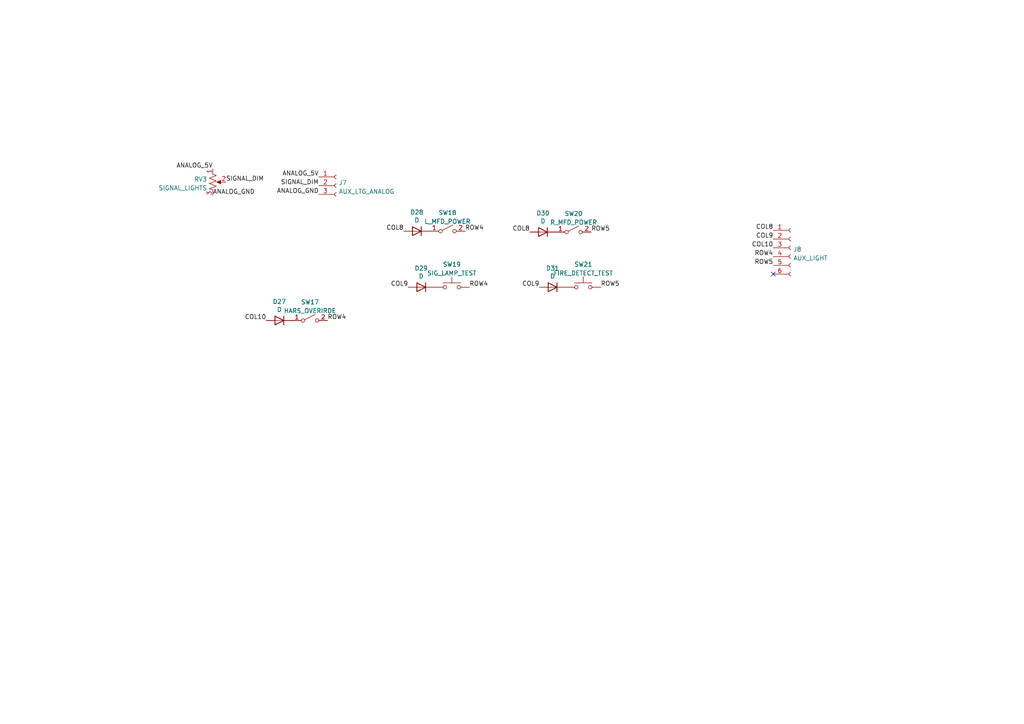
<source format=kicad_sch>
(kicad_sch (version 20211123) (generator eeschema)
  (paper "A4")
  (lib_symbols
    (symbol "Connector:Conn_01x03_Female" (pin_names (offset 1.016) hide)
      (property "Reference" "J" (at 0 5.08 0))
      (property "Value" "Conn_01x03_Female" (at 0 -5.08 0))
      (symbol "Conn_01x03_Female_1_1"
        (arc (start 0 -2.032) (mid -0.508 -2.54) (end 0 -3.048) (stroke (width 0.1524)))
        (polyline (pts (xy -1.27 -2.54) (xy -0.508 -2.54)) (stroke (width 0.1524)))
        (polyline (pts (xy -1.27 0) (xy -0.508 0)) (stroke (width 0.1524)))
        (polyline (pts (xy -1.27 2.54) (xy -0.508 2.54)) (stroke (width 0.1524)))
        (arc (start 0 0.508) (mid -0.508 0) (end 0 -0.508) (stroke (width 0.1524)))
        (arc (start 0 3.048) (mid -0.508 2.54) (end 0 2.032) (stroke (width 0.1524)))
        (pin passive line (at -5.08 2.54 0) (length 3.81) (name "Pin_1") (number "1"))
        (pin passive line (at -5.08 0 0) (length 3.81) (name "Pin_2") (number "2"))
        (pin passive line (at -5.08 -2.54 0) (length 3.81) (name "Pin_3") (number "3"))
      )
    )
    (symbol "Connector:Conn_01x06_Female" (pin_names (offset 1.016) hide)
      (property "Reference" "J" (at 0 7.62 0))
      (property "Value" "Conn_01x06_Female" (at 0 -10.16 0))
      (symbol "Conn_01x06_Female_1_1"
        (arc (start 0 -7.112) (mid -0.508 -7.62) (end 0 -8.128) (stroke (width 0.1524)))
        (arc (start 0 -4.572) (mid -0.508 -5.08) (end 0 -5.588) (stroke (width 0.1524)))
        (arc (start 0 -2.032) (mid -0.508 -2.54) (end 0 -3.048) (stroke (width 0.1524)))
        (polyline (pts (xy -1.27 -7.62) (xy -0.508 -7.62)) (stroke (width 0.1524)))
        (polyline (pts (xy -1.27 -5.08) (xy -0.508 -5.08)) (stroke (width 0.1524)))
        (polyline (pts (xy -1.27 -2.54) (xy -0.508 -2.54)) (stroke (width 0.1524)))
        (polyline (pts (xy -1.27 0) (xy -0.508 0)) (stroke (width 0.1524)))
        (polyline (pts (xy -1.27 2.54) (xy -0.508 2.54)) (stroke (width 0.1524)))
        (polyline (pts (xy -1.27 5.08) (xy -0.508 5.08)) (stroke (width 0.1524)))
        (arc (start 0 0.508) (mid -0.508 0) (end 0 -0.508) (stroke (width 0.1524)))
        (arc (start 0 3.048) (mid -0.508 2.54) (end 0 2.032) (stroke (width 0.1524)))
        (arc (start 0 5.588) (mid -0.508 5.08) (end 0 4.572) (stroke (width 0.1524)))
        (pin passive line (at -5.08 5.08 0) (length 3.81) (name "Pin_1") (number "1"))
        (pin passive line (at -5.08 2.54 0) (length 3.81) (name "Pin_2") (number "2"))
        (pin passive line (at -5.08 0 0) (length 3.81) (name "Pin_3") (number "3"))
        (pin passive line (at -5.08 -2.54 0) (length 3.81) (name "Pin_4") (number "4"))
        (pin passive line (at -5.08 -5.08 0) (length 3.81) (name "Pin_5") (number "5"))
        (pin passive line (at -5.08 -7.62 0) (length 3.81) (name "Pin_6") (number "6"))
      )
    )
    (symbol "Device:D" (pin_numbers hide) (pin_names (offset 1.016) hide)
      (property "Reference" "D" (at 0 2.54 0))
      (property "Value" "D" (at 0 -2.54 0))
      (symbol "D_0_1"
        (polyline (pts (xy -1.27 1.27) (xy -1.27 -1.27)) (stroke (width 0.254)))
        (polyline (pts (xy 1.27 0) (xy -1.27 0)))
        (polyline (pts (xy 1.27 1.27) (xy 1.27 -1.27) (xy -1.27 0) (xy 1.27 1.27)) (stroke (width 0.254)))
      )
      (symbol "D_1_1"
        (pin passive line (at -3.81 0 0) (length 2.54) (name "K") (number "1"))
        (pin passive line (at 3.81 0 180) (length 2.54) (name "A") (number "2"))
      )
    )
    (symbol "Device:R_Potentiometer_US" (pin_names (offset 1.016) hide)
      (property "Reference" "RV" (at -4.445 0 90))
      (property "Value" "R_Potentiometer_US" (at -2.54 0 90))
      (symbol "R_Potentiometer_US_0_1"
        (polyline (pts (xy 0 -2.286) (xy 0 -2.54)))
        (polyline (pts (xy 0 2.54) (xy 0 2.286)))
        (polyline (pts (xy 2.54 0) (xy 1.524 0)))
        (polyline (pts (xy 1.143 0) (xy 2.286 0.508) (xy 2.286 -0.508) (xy 1.143 0)) (fill (type outline)))
        (polyline (pts (xy 0 -0.762) (xy 1.016 -1.143) (xy 0 -1.524) (xy -1.016 -1.905) (xy 0 -2.286)))
        (polyline (pts (xy 0 0.762) (xy 1.016 0.381) (xy 0 0) (xy -1.016 -0.381) (xy 0 -0.762)))
        (polyline (pts (xy 0 2.286) (xy 1.016 1.905) (xy 0 1.524) (xy -1.016 1.143) (xy 0 0.762)))
      )
      (symbol "R_Potentiometer_US_1_1"
        (pin passive line (at 0 3.81 270) (length 1.27) (name "1") (number "1"))
        (pin passive line (at 3.81 0 180) (length 1.27) (name "2") (number "2"))
        (pin passive line (at 0 -3.81 90) (length 1.27) (name "3") (number "3"))
      )
    )
    (symbol "Switch:SW_Push" (pin_numbers hide) (pin_names (offset 1.016) hide)
      (property "Reference" "SW" (at 1.27 2.54 0))
      (property "Value" "SW_Push" (at 0 -1.524 0))
      (symbol "SW_Push_0_1"
        (circle (center -2.032 0) (radius 0.508))
        (polyline (pts (xy 0 1.27) (xy 0 3.048)))
        (polyline (pts (xy 2.54 1.27) (xy -2.54 1.27)))
        (circle (center 2.032 0) (radius 0.508))
        (pin passive line (at -5.08 0 0) (length 2.54) (name "1") (number "1"))
        (pin passive line (at 5.08 0 180) (length 2.54) (name "2") (number "2"))
      )
    )
    (symbol "Switch:SW_SPST" (pin_names (offset 0) hide)
      (property "Reference" "SW" (at 0 3.175 0))
      (property "Value" "SW_SPST" (at 0 -2.54 0))
      (symbol "SW_SPST_0_0"
        (circle (center -2.032 0) (radius 0.508))
        (polyline (pts (xy -1.524 0.254) (xy 1.524 1.778)))
        (circle (center 2.032 0) (radius 0.508))
      )
      (symbol "SW_SPST_1_1"
        (pin passive line (at -5.08 0 0) (length 2.54) (name "A") (number "1"))
        (pin passive line (at 5.08 0 180) (length 2.54) (name "B") (number "2"))
      )
    )
  )
  (no_connect (at 224.282 79.502))
  (label "ROW4" (at 94.996 92.964 0))
  (label "ROW5" (at 171.45 67.31 0))
  (label "COL9" (at 156.464 83.312 180))
  (label "COL10" (at 77.216 92.964 180))
  (label "ANALOG_5V" (at 92.456 51.308 180))
  (label "ROW4" (at 134.874 67.056 0))
  (label "ROW4" (at 136.144 83.312 0))
  (label "COL9" (at 118.364 83.312 180))
  (label "COL10" (at 224.282 71.882 180))
  (label "COL9" (at 224.282 69.342 180))
  (label "SIGNAL_DIM" (at 92.456 53.848 180))
  (label "ANALOG_GND" (at 92.456 56.388 180))
  (label "COL8" (at 117.094 67.056 180))
  (label "ANALOG_GND" (at 61.722 56.642 0))
  (label "ROW4" (at 224.282 74.422 180))
  (label "ROW5" (at 224.282 76.962 180))
  (label "SIGNAL_DIM" (at 65.532 52.832 0))
  (label "COL8" (at 153.67 67.31 180))
  (label "ROW5" (at 174.244 83.312 0))
  (label "COL8" (at 224.282 66.802 180))
  (label "ANALOG_5V" (at 61.722 49.022 180))
  (symbol (lib_id "Device:D") (at 160.274 83.312 0) (mirror y) (unit 1)
    (property "Reference" "D31" (at 160.274 77.8256 0))
    (property "Value" "D" (at 160.274 80.137 0))
    (property "Footprint" "PT_Library_v001:D_Signal_P7.62mm_Horizontal" (effects hide))
  )
  (symbol (lib_id "Device:R_Potentiometer_US") (at 61.722 52.832 0) (unit 1)
    (property "Reference" "RV3" (at 60.0711 51.9973 0) (effects (justify right)))
    (property "Value" "SIGNAL_LIGHTS" (at 60.0711 54.5342 0) (effects (justify right)))
  )
  (symbol (lib_id "Switch:SW_SPST") (at 166.37 67.31 0) (unit 1)
    (property "Reference" "SW20" (at 166.37 61.9592 0))
    (property "Value" "R_MFD_POWER" (at 166.37 64.4961 0))
  )
  (symbol (lib_id "Device:D") (at 157.48 67.31 0) (mirror y) (unit 1)
    (property "Reference" "D30" (at 157.48 61.8236 0))
    (property "Value" "D" (at 157.48 64.135 0))
    (property "Footprint" "PT_Library_v001:D_Signal_P7.62mm_Horizontal" (effects hide))
  )
  (symbol (lib_id "Switch:SW_Push") (at 169.164 83.312 0) (unit 1)
    (property "Reference" "SW21" (at 169.164 76.6912 0))
    (property "Value" "FIRE_DETECT_TEST" (at 169.164 79.2281 0))
  )
  (symbol (lib_id "Switch:SW_SPST") (at 129.794 67.056 0) (unit 1)
    (property "Reference" "SW18" (at 129.794 61.7052 0))
    (property "Value" "L_MFD_POWER" (at 129.794 64.2421 0))
  )
  (symbol (lib_id "Connector:Conn_01x06_Female") (at 229.362 71.882 0) (unit 1)
    (property "Reference" "J8" (at 230.0732 72.3173 0) (effects (justify left)))
    (property "Value" "AUX_LIGHT" (at 230.0732 74.8542 0) (effects (justify left)))
  )
  (symbol (lib_id "Device:D") (at 122.174 83.312 0) (mirror y) (unit 1)
    (property "Reference" "D29" (at 122.174 77.8256 0))
    (property "Value" "D" (at 122.174 80.137 0))
    (property "Footprint" "PT_Library_v001:D_Signal_P7.62mm_Horizontal" (effects hide))
  )
  (symbol (lib_id "Connector:Conn_01x03_Female") (at 97.536 53.848 0) (unit 1)
    (property "Reference" "J7" (at 98.2472 53.0133 0) (effects (justify left)))
    (property "Value" "AUX_LTG_ANALOG" (at 98.2472 55.5502 0) (effects (justify left)))
  )
  (symbol (lib_id "Device:D") (at 120.904 67.056 0) (mirror y) (unit 1)
    (property "Reference" "D28" (at 120.904 61.5696 0))
    (property "Value" "D" (at 120.904 63.881 0))
    (property "Footprint" "PT_Library_v001:D_Signal_P7.62mm_Horizontal" (effects hide))
  )
  (symbol (lib_id "Device:D") (at 81.026 92.964 0) (mirror y) (unit 1)
    (property "Reference" "D27" (at 81.026 87.4776 0))
    (property "Value" "D" (at 81.026 89.789 0))
    (property "Footprint" "PT_Library_v001:D_Signal_P7.62mm_Horizontal" (effects hide))
  )
  (symbol (lib_id "Switch:SW_SPST") (at 89.916 92.964 0) (unit 1)
    (property "Reference" "SW17" (at 89.916 87.6132 0))
    (property "Value" "HARS_OVERIRDE" (at 89.916 90.1501 0))
  )
  (symbol (lib_id "Switch:SW_Push") (at 131.064 83.312 0) (unit 1)
    (property "Reference" "SW19" (at 131.064 76.6912 0))
    (property "Value" "SIG_LAMP_TEST" (at 131.064 79.2281 0))
  )
)
</source>
